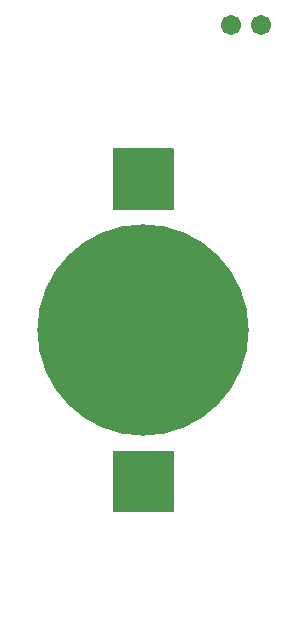
<source format=gbr>
G04 #@! TF.GenerationSoftware,KiCad,Pcbnew,(5.1.10)-1*
G04 #@! TF.CreationDate,2021-05-26T14:01:48+03:00*
G04 #@! TF.ProjectId,parasite,70617261-7369-4746-952e-6b696361645f,1.0.0*
G04 #@! TF.SameCoordinates,Original*
G04 #@! TF.FileFunction,Soldermask,Bot*
G04 #@! TF.FilePolarity,Negative*
%FSLAX46Y46*%
G04 Gerber Fmt 4.6, Leading zero omitted, Abs format (unit mm)*
G04 Created by KiCad (PCBNEW (5.1.10)-1) date 2021-05-26 14:01:48*
%MOMM*%
%LPD*%
G01*
G04 APERTURE LIST*
%ADD10C,1.702000*%
%ADD11C,17.902000*%
G04 APERTURE END LIST*
D10*
X74560000Y-29050000D03*
X77100000Y-29050000D03*
D11*
X67100000Y-54900000D03*
G36*
G01*
X64550000Y-39499000D02*
X69650000Y-39499000D01*
G75*
G02*
X69701000Y-39550000I0J-51000D01*
G01*
X69701000Y-44650000D01*
G75*
G02*
X69650000Y-44701000I-51000J0D01*
G01*
X64550000Y-44701000D01*
G75*
G02*
X64499000Y-44650000I0J51000D01*
G01*
X64499000Y-39550000D01*
G75*
G02*
X64550000Y-39499000I51000J0D01*
G01*
G37*
G36*
G01*
X64550000Y-65099000D02*
X69650000Y-65099000D01*
G75*
G02*
X69701000Y-65150000I0J-51000D01*
G01*
X69701000Y-70250000D01*
G75*
G02*
X69650000Y-70301000I-51000J0D01*
G01*
X64550000Y-70301000D01*
G75*
G02*
X64499000Y-70250000I0J51000D01*
G01*
X64499000Y-65150000D01*
G75*
G02*
X64550000Y-65099000I51000J0D01*
G01*
G37*
M02*

</source>
